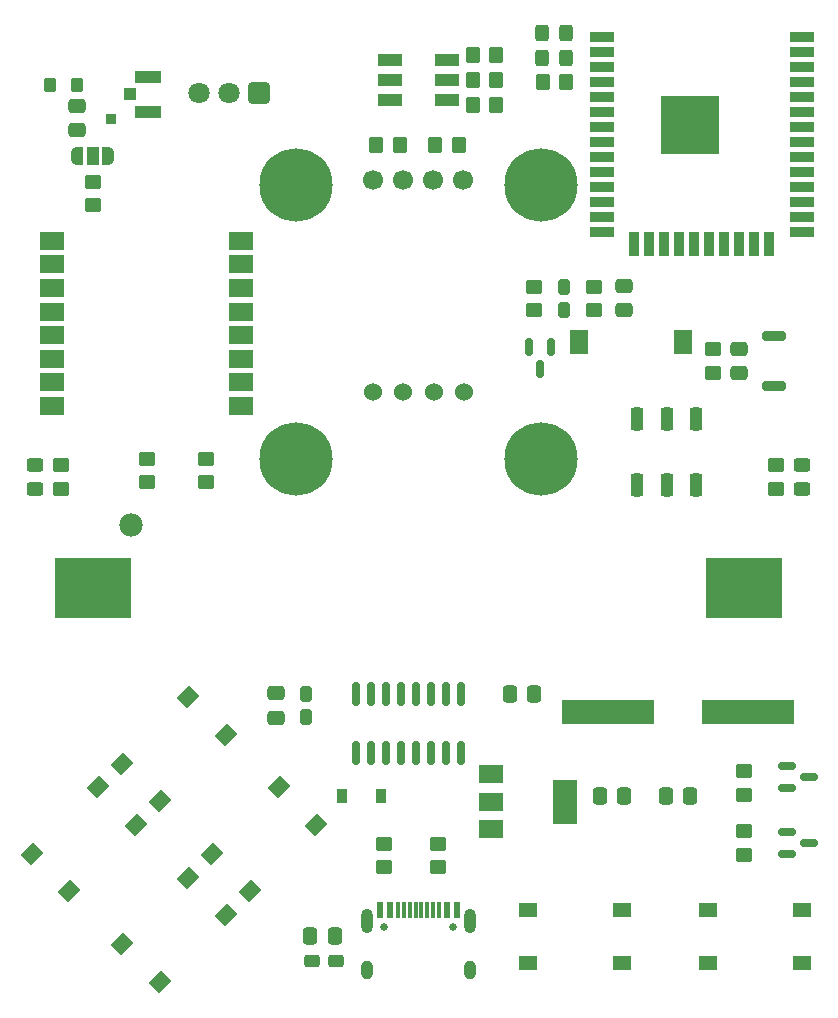
<source format=gbr>
G04 #@! TF.GenerationSoftware,KiCad,Pcbnew,6.0.11-2627ca5db0~126~ubuntu20.04.1*
G04 #@! TF.CreationDate,2023-05-06T23:23:22-05:00*
G04 #@! TF.ProjectId,iot-badge,696f742d-6261-4646-9765-2e6b69636164,rev?*
G04 #@! TF.SameCoordinates,Original*
G04 #@! TF.FileFunction,Soldermask,Top*
G04 #@! TF.FilePolarity,Negative*
%FSLAX46Y46*%
G04 Gerber Fmt 4.6, Leading zero omitted, Abs format (unit mm)*
G04 Created by KiCad (PCBNEW 6.0.11-2627ca5db0~126~ubuntu20.04.1) date 2023-05-06 23:23:22*
%MOMM*%
%LPD*%
G01*
G04 APERTURE LIST*
G04 Aperture macros list*
%AMRoundRect*
0 Rectangle with rounded corners*
0 $1 Rounding radius*
0 $2 $3 $4 $5 $6 $7 $8 $9 X,Y pos of 4 corners*
0 Add a 4 corners polygon primitive as box body*
4,1,4,$2,$3,$4,$5,$6,$7,$8,$9,$2,$3,0*
0 Add four circle primitives for the rounded corners*
1,1,$1+$1,$2,$3*
1,1,$1+$1,$4,$5*
1,1,$1+$1,$6,$7*
1,1,$1+$1,$8,$9*
0 Add four rect primitives between the rounded corners*
20,1,$1+$1,$2,$3,$4,$5,0*
20,1,$1+$1,$4,$5,$6,$7,0*
20,1,$1+$1,$6,$7,$8,$9,0*
20,1,$1+$1,$8,$9,$2,$3,0*%
%AMRotRect*
0 Rectangle, with rotation*
0 The origin of the aperture is its center*
0 $1 length*
0 $2 width*
0 $3 Rotation angle, in degrees counterclockwise*
0 Add horizontal line*
21,1,$1,$2,0,0,$3*%
%AMFreePoly0*
4,1,22,0.550000,-0.750000,0.000000,-0.750000,0.000000,-0.745033,-0.079941,-0.743568,-0.215256,-0.701293,-0.333266,-0.622738,-0.424486,-0.514219,-0.481581,-0.384460,-0.499164,-0.250000,-0.500000,-0.250000,-0.500000,0.250000,-0.499164,0.250000,-0.499963,0.256109,-0.478152,0.396186,-0.417904,0.524511,-0.324060,0.630769,-0.204165,0.706417,-0.067858,0.745374,0.000000,0.744959,0.000000,0.750000,
0.550000,0.750000,0.550000,-0.750000,0.550000,-0.750000,$1*%
%AMFreePoly1*
4,1,20,0.000000,0.744959,0.073905,0.744508,0.209726,0.703889,0.328688,0.626782,0.421226,0.519385,0.479903,0.390333,0.500000,0.250000,0.500000,-0.250000,0.499851,-0.262216,0.476331,-0.402017,0.414519,-0.529596,0.319384,-0.634700,0.198574,-0.708877,0.061801,-0.746166,0.000000,-0.745033,0.000000,-0.750000,-0.550000,-0.750000,-0.550000,0.750000,0.000000,0.750000,0.000000,0.744959,
0.000000,0.744959,$1*%
G04 Aperture macros list end*
%ADD10R,0.900000X1.200000*%
%ADD11RoundRect,0.250000X-0.350000X-0.450000X0.350000X-0.450000X0.350000X0.450000X-0.350000X0.450000X0*%
%ADD12RoundRect,0.250000X-0.337500X-0.475000X0.337500X-0.475000X0.337500X0.475000X-0.337500X0.475000X0*%
%ADD13RoundRect,0.250000X-0.275000X0.400000X-0.275000X-0.400000X0.275000X-0.400000X0.275000X0.400000X0*%
%ADD14RoundRect,0.250000X-0.325000X-0.450000X0.325000X-0.450000X0.325000X0.450000X-0.325000X0.450000X0*%
%ADD15C,1.980000*%
%ADD16R,6.400000X5.100000*%
%ADD17RoundRect,0.250000X-0.400000X-0.275000X0.400000X-0.275000X0.400000X0.275000X-0.400000X0.275000X0*%
%ADD18RoundRect,0.250000X0.275000X0.350000X-0.275000X0.350000X-0.275000X-0.350000X0.275000X-0.350000X0*%
%ADD19RoundRect,0.250000X-0.450000X0.350000X-0.450000X-0.350000X0.450000X-0.350000X0.450000X0.350000X0*%
%ADD20RoundRect,0.250000X-0.475000X0.337500X-0.475000X-0.337500X0.475000X-0.337500X0.475000X0.337500X0*%
%ADD21RoundRect,0.250000X-0.450000X0.325000X-0.450000X-0.325000X0.450000X-0.325000X0.450000X0.325000X0*%
%ADD22R,2.000000X0.900000*%
%ADD23R,0.900000X2.000000*%
%ADD24R,5.000000X5.000000*%
%ADD25R,1.050000X1.000000*%
%ADD26R,2.200000X1.050000*%
%ADD27RotRect,1.550000X1.300000X45.000000*%
%ADD28C,0.650000*%
%ADD29R,0.600000X1.450000*%
%ADD30R,0.300000X1.450000*%
%ADD31O,1.000000X2.100000*%
%ADD32O,1.000000X1.600000*%
%ADD33R,2.000000X1.500000*%
%ADD34R,2.000000X3.800000*%
%ADD35R,1.550000X1.300000*%
%ADD36RoundRect,0.150000X-0.587500X-0.150000X0.587500X-0.150000X0.587500X0.150000X-0.587500X0.150000X0*%
%ADD37RoundRect,0.250000X0.450000X-0.350000X0.450000X0.350000X-0.450000X0.350000X-0.450000X-0.350000X0*%
%ADD38FreePoly0,0.000000*%
%ADD39R,1.000000X1.500000*%
%ADD40FreePoly1,0.000000*%
%ADD41R,7.875000X2.000000*%
%ADD42RoundRect,0.150000X0.150000X-0.825000X0.150000X0.825000X-0.150000X0.825000X-0.150000X-0.825000X0*%
%ADD43C,6.200000*%
%ADD44C,1.700000*%
%ADD45C,1.524000*%
%ADD46RoundRect,0.248400X0.651600X0.651600X-0.651600X0.651600X-0.651600X-0.651600X0.651600X-0.651600X0*%
%ADD47C,1.800000*%
%ADD48RoundRect,0.150000X-0.150000X0.587500X-0.150000X-0.587500X0.150000X-0.587500X0.150000X0.587500X0*%
%ADD49R,1.500000X2.000000*%
%ADD50RoundRect,0.275000X-0.275000X0.700000X-0.275000X-0.700000X0.275000X-0.700000X0.275000X0.700000X0*%
%ADD51RoundRect,0.250000X0.475000X-0.337500X0.475000X0.337500X-0.475000X0.337500X-0.475000X-0.337500X0*%
%ADD52R,0.850000X0.850000*%
%ADD53R,2.000000X1.100000*%
%ADD54RoundRect,0.200000X0.800000X-0.200000X0.800000X0.200000X-0.800000X0.200000X-0.800000X-0.200000X0*%
G04 APERTURE END LIST*
D10*
X128550000Y-132100000D03*
X131850000Y-132100000D03*
D11*
X139600000Y-73600000D03*
X141600000Y-73600000D03*
X145500000Y-71700000D03*
X147500000Y-71700000D03*
X139600000Y-69400000D03*
X141600000Y-69400000D03*
D12*
X125823800Y-144000000D03*
X127898800Y-144000000D03*
D13*
X125476000Y-123444000D03*
X125476000Y-125394000D03*
D14*
X145475000Y-67500000D03*
X147525000Y-67500000D03*
D15*
X110650000Y-109200000D03*
D16*
X107450000Y-114500000D03*
X162550000Y-114500000D03*
D12*
X150346500Y-132080000D03*
X152421500Y-132080000D03*
D17*
X126025000Y-146100000D03*
X127975000Y-146100000D03*
D18*
X106100000Y-71900000D03*
X103800000Y-71900000D03*
D19*
X107400000Y-80100000D03*
X107400000Y-82100000D03*
D20*
X162100000Y-94252500D03*
X162100000Y-96327500D03*
D21*
X167500000Y-104075000D03*
X167500000Y-106125000D03*
D22*
X150500000Y-67845000D03*
X150500000Y-69115000D03*
X150500000Y-70385000D03*
X150500000Y-71655000D03*
X150500000Y-72925000D03*
X150500000Y-74195000D03*
X150500000Y-75465000D03*
X150500000Y-76735000D03*
X150500000Y-78005000D03*
X150500000Y-79275000D03*
X150500000Y-80545000D03*
X150500000Y-81815000D03*
X150500000Y-83085000D03*
X150500000Y-84355000D03*
D23*
X153285000Y-85355000D03*
X154555000Y-85355000D03*
X155825000Y-85355000D03*
X157095000Y-85355000D03*
X158365000Y-85355000D03*
X159635000Y-85355000D03*
X160905000Y-85355000D03*
X162175000Y-85355000D03*
X163445000Y-85355000D03*
X164715000Y-85355000D03*
D22*
X167500000Y-84355000D03*
X167500000Y-83085000D03*
X167500000Y-81815000D03*
X167500000Y-80545000D03*
X167500000Y-79275000D03*
X167500000Y-78005000D03*
X167500000Y-76735000D03*
X167500000Y-75465000D03*
X167500000Y-74195000D03*
X167500000Y-72925000D03*
X167500000Y-71655000D03*
X167500000Y-70385000D03*
X167500000Y-69115000D03*
X167500000Y-67845000D03*
D24*
X158000000Y-75345000D03*
D25*
X110550000Y-72700000D03*
D26*
X112075000Y-71225000D03*
X112075000Y-74175000D03*
D27*
X109898260Y-129369759D03*
X115519759Y-123748260D03*
X118701740Y-126930241D03*
X113080241Y-132551740D03*
D28*
X137890000Y-143196000D03*
X132110000Y-143196000D03*
D29*
X131750000Y-141751000D03*
X132550000Y-141751000D03*
D30*
X133750000Y-141751000D03*
X134750000Y-141751000D03*
X135250000Y-141751000D03*
X136250000Y-141751000D03*
D29*
X137450000Y-141751000D03*
X138250000Y-141751000D03*
X138250000Y-141751000D03*
X137450000Y-141751000D03*
D30*
X136750000Y-141751000D03*
X135750000Y-141751000D03*
X134250000Y-141751000D03*
X133250000Y-141751000D03*
D29*
X132550000Y-141751000D03*
X131750000Y-141751000D03*
D31*
X130680000Y-142666000D03*
D32*
X139320000Y-146846000D03*
X130680000Y-146846000D03*
D31*
X139320000Y-142666000D03*
D19*
X112000000Y-103550000D03*
X112000000Y-105550000D03*
D11*
X136387100Y-77000000D03*
X138387100Y-77000000D03*
D33*
X141122000Y-130288000D03*
D34*
X147422000Y-132588000D03*
D33*
X141122000Y-132588000D03*
X141122000Y-134888000D03*
D35*
X152236400Y-141750000D03*
X144286400Y-141750000D03*
X144286400Y-146250000D03*
X152236400Y-146250000D03*
D27*
X115519759Y-139048260D03*
X109898260Y-144669759D03*
X113080241Y-147851740D03*
X118701740Y-142230241D03*
D13*
X147320000Y-89025000D03*
X147320000Y-90975000D03*
D36*
X166194500Y-129558000D03*
X166194500Y-131458000D03*
X168069500Y-130508000D03*
D37*
X149860000Y-91000000D03*
X149860000Y-89000000D03*
D12*
X155934500Y-132080000D03*
X158009500Y-132080000D03*
D20*
X122936000Y-123422500D03*
X122936000Y-125497500D03*
D37*
X136652000Y-138160000D03*
X136652000Y-136160000D03*
D38*
X106100000Y-77900000D03*
D39*
X107400000Y-77900000D03*
D40*
X108700000Y-77900000D03*
D41*
X151062500Y-125000000D03*
X162937500Y-125000000D03*
D11*
X131392900Y-77000000D03*
X133392900Y-77000000D03*
D42*
X129667000Y-128459000D03*
X130937000Y-128459000D03*
X132207000Y-128459000D03*
X133477000Y-128459000D03*
X134747000Y-128459000D03*
X136017000Y-128459000D03*
X137287000Y-128459000D03*
X138557000Y-128459000D03*
X138557000Y-123509000D03*
X137287000Y-123509000D03*
X136017000Y-123509000D03*
X134747000Y-123509000D03*
X133477000Y-123509000D03*
X132207000Y-123509000D03*
X130937000Y-123509000D03*
X129667000Y-123509000D03*
D43*
X145350000Y-103548000D03*
X145350000Y-80348000D03*
X124650000Y-80348000D03*
X124650000Y-103548000D03*
D44*
X131190000Y-79998000D03*
X133730000Y-79998000D03*
X136270000Y-79998000D03*
X138810000Y-79998000D03*
D45*
X131137000Y-97898000D03*
X133677000Y-97898000D03*
X136323000Y-97898000D03*
X138863000Y-97898000D03*
D35*
X159546400Y-141750000D03*
X167496400Y-141750000D03*
X167496400Y-146250000D03*
X159546400Y-146250000D03*
D14*
X145475000Y-69600000D03*
X147525000Y-69600000D03*
D11*
X139600000Y-71500000D03*
X141600000Y-71500000D03*
D20*
X106100000Y-73662500D03*
X106100000Y-75737500D03*
D27*
X117528260Y-137019759D03*
X123149759Y-131398260D03*
X126331740Y-134580241D03*
X120710241Y-140201740D03*
D37*
X132080000Y-138160000D03*
X132080000Y-136160000D03*
D46*
X121500000Y-72600000D03*
D47*
X118960000Y-72600000D03*
X116420000Y-72600000D03*
D36*
X166194500Y-135146000D03*
X166194500Y-137046000D03*
X168069500Y-136096000D03*
D48*
X146250000Y-94062500D03*
X144350000Y-94062500D03*
X145300000Y-95937500D03*
D49*
X157400000Y-93700000D03*
X148600000Y-93700000D03*
D37*
X162560000Y-132000000D03*
X162560000Y-130000000D03*
D50*
X153500000Y-105825000D03*
X156000000Y-105825000D03*
X158500000Y-105825000D03*
X153500000Y-100175000D03*
X156000000Y-100175000D03*
X158500000Y-100175000D03*
D51*
X152400000Y-90975000D03*
X152400000Y-88900000D03*
D21*
X102500000Y-104075000D03*
X102500000Y-106125000D03*
D33*
X104000000Y-85100000D03*
X104000000Y-87100000D03*
X104000000Y-89100000D03*
X104000000Y-91100000D03*
X104000000Y-93100000D03*
X104000000Y-95100000D03*
X104000000Y-97100000D03*
X104000000Y-99100000D03*
X120000000Y-99100000D03*
X120000000Y-97100000D03*
X120000000Y-95100000D03*
X120000000Y-93100000D03*
X120000000Y-91100000D03*
X120000000Y-89100000D03*
X120000000Y-87100000D03*
X120000000Y-85100000D03*
D19*
X104700000Y-104100000D03*
X104700000Y-106100000D03*
X165300000Y-104100000D03*
X165300000Y-106100000D03*
D52*
X109000000Y-74800000D03*
D19*
X144780000Y-89000000D03*
X144780000Y-91000000D03*
D27*
X102268260Y-137019759D03*
X107889759Y-131398260D03*
X111071740Y-134580241D03*
X105450241Y-140201740D03*
D12*
X142726500Y-123444000D03*
X144801500Y-123444000D03*
D37*
X162560000Y-137096000D03*
X162560000Y-135096000D03*
D53*
X132600000Y-69800000D03*
X132600000Y-71500000D03*
X132600000Y-73200000D03*
X137400000Y-73200000D03*
X137400000Y-71500000D03*
X137400000Y-69800000D03*
D54*
X165100000Y-97390000D03*
X165100000Y-93190000D03*
D19*
X117000000Y-103550000D03*
X117000000Y-105550000D03*
D37*
X159900000Y-96290000D03*
X159900000Y-94290000D03*
M02*

</source>
